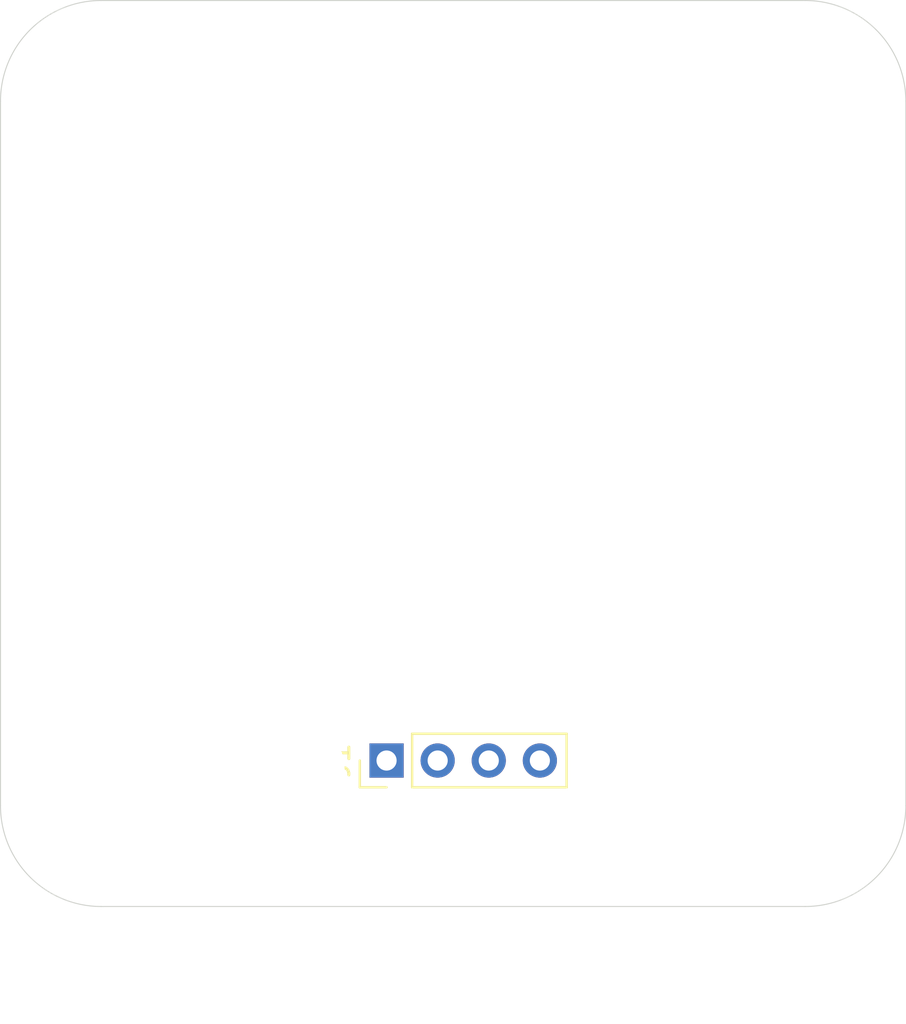
<source format=kicad_pcb>
(kicad_pcb (version 20221018) (generator pcbnew)
  (layers (0 "F.Cu" signal) (31 "B.Cu" signal) (34 "B.Paste" user) (35 "F.Paste" user) (36 "B.SilkS" user "B.Silkscreen") (37 "F.SilkS" user "F.Silkscreen") (38 "B.Mask" user) (39 "F.Mask" user) (44 "Edge.Cuts" user))
  (net 0 "")
  (footprint "oomlout_oomp_part_footprints:mhm3_electronic_mounting_hole_m3" (layer "F.Cu") (at -7.5 -15)
    (fp_text reference "H2" hide)
    (fp_text value "mhm3")
    (pad "" np_thru_hole circle (at 0 0) (size 3.2 3.2) (drill 3.2) (layers "*.Cu" "*.Mask"))
  )
  (footprint "oomlout_oomp_part_footprints:hi14p_electronic_header_2d54_mm_4_pin" (layer "F.Cu") (at -3.81 14.75 90)
    (fp_text reference "J1" (at 0 -2.33 90) (layer "F.SilkS"))
    (fp_text value "hi14p_electronic_header_2d54_mm_4_pin")
    (fp_line (start -1.33 -1.33) (end 0 -1.33) (stroke (width 0.12)) (layer "F.SilkS"))
    (fp_line (start -1.33 0) (end -1.33 -1.33) (stroke (width 0.12)) (layer "F.SilkS"))
    (fp_line (start -1.33 1.27) (end -1.33 8.95) (stroke (width 0.12)) (layer "F.SilkS"))
    (fp_line (start -1.33 1.27) (end 1.33 1.27) (stroke (width 0.12)) (layer "F.SilkS"))
    (fp_line (start -1.33 8.95) (end 1.33 8.95) (stroke (width 0.12)) (layer "F.SilkS"))
    (fp_line (start 1.33 1.27) (end 1.33 8.95) (stroke (width 0.12)) (layer "F.SilkS"))
    (pad "1" thru_hole rect (at 0 0 90) (size 1.7 1.7) (drill 1) (layers "*.Cu" "*.Mask"))
    (pad "2" thru_hole oval (at 0 2.54 90) (size 1.7 1.7) (drill 1) (layers "*.Cu" "*.Mask"))
    (pad "3" thru_hole oval (at 0 5.08 90) (size 1.7 1.7) (drill 1) (layers "*.Cu" "*.Mask"))
    (pad "4" thru_hole oval (at 0 7.62 90) (size 1.7 1.7) (drill 1) (layers "*.Cu" "*.Mask"))
  )
  (footprint "oomlout_oomp_part_footprints:mhm6_electronic_mounting_hole_m6" (layer "F.Cu") (at 15 15)
    (fp_text reference "H9" hide)
    (fp_text value "mhm6")
    (pad "" np_thru_hole circle (at 0 0) (size 6.4 6.4) (drill 6.4) (layers "*.Cu" "*.Mask"))
  )
  (footprint "oomlout_oomp_part_footprints:mhm6_electronic_mounting_hole_m6" (layer "F.Cu") (at 0 -15)
    (fp_text reference "H3" hide)
    (fp_text value "mhm6")
    (pad "" np_thru_hole circle (at 0 0) (size 6.4 6.4) (drill 6.4) (layers "*.Cu" "*.Mask"))
  )
  (footprint "oomlout_oomp_part_footprints:mhm6_electronic_mounting_hole_m6" (layer "F.Cu") (at 15 -15)
    (fp_text reference "H5" hide)
    (fp_text value "mhm6")
    (pad "" np_thru_hole circle (at 0 0) (size 6.4 6.4) (drill 6.4) (layers "*.Cu" "*.Mask"))
  )
  (footprint "oomlout_oomp_part_footprints:mhm3_electronic_mounting_hole_m3" (layer "F.Cu") (at 7.5 15)
    (fp_text reference "H8" hide)
    (fp_text value "mhm3")
    (pad "" np_thru_hole circle (at 0 0) (size 3.2 3.2) (drill 3.2) (layers "*.Cu" "*.Mask"))
  )
  (footprint "oomlout_oomp_part_footprints:mhm6_electronic_mounting_hole_m6" (layer "F.Cu") (at -15 -15)
    (fp_text reference "H1" hide)
    (fp_text value "mhm6")
    (pad "" np_thru_hole circle (at 0 0) (size 6.4 6.4) (drill 6.4) (layers "*.Cu" "*.Mask"))
  )
  (footprint "oomlout_oomp_part_footprints:mhm3_electronic_mounting_hole_m3" (layer "F.Cu") (at -7.5 15)
    (fp_text reference "H7" hide)
    (fp_text value "mhm3")
    (pad "" np_thru_hole circle (at 0 0) (size 3.2 3.2) (drill 3.2) (layers "*.Cu" "*.Mask"))
  )
  (footprint "oomlout_oomp_part_footprints:mhm3_electronic_mounting_hole_m3" (layer "F.Cu") (at 7.5 -15)
    (fp_text reference "H4" hide)
    (fp_text value "mhm3")
    (pad "" np_thru_hole circle (at 0 0) (size 3.2 3.2) (drill 3.2) (layers "*.Cu" "*.Mask"))
  )
  (footprint "oomlout_oomp_part_footprints:mhm6_electronic_mounting_hole_m6" (layer "F.Cu") (at -15 15)
    (fp_text reference "H6" hide)
    (fp_text value "mhm6")
    (pad "" np_thru_hole circle (at 0 0) (size 6.4 6.4) (drill 6.4) (layers "*.Cu" "*.Mask"))
  )
  (gr_line (start 22 -18) (end 22 17) (stroke (width 0.05)) (layer "Edge.Cuts"))
  (gr_arc (start 17 -23) (mid 20.535534 -21.535534) (end 22 -18) (stroke (width 0.05)) (layer "Edge.Cuts"))
  (gr_line (start -18 -23) (end 17 -23) (stroke (width 0.05)) (layer "Edge.Cuts"))
  (gr_arc (start -23 -18) (mid -21.535534 -21.535534) (end -18 -23) (stroke (width 0.05)) (layer "Edge.Cuts"))
  (gr_line (start -23 17) (end -23 -18) (stroke (width 0.05)) (layer "Edge.Cuts"))
  (gr_line (start 17 22) (end -18 22) (stroke (width 0.05)) (layer "Edge.Cuts"))
  (gr_arc (start -18 22) (mid -21.535534 20.535534) (end -23 17) (stroke (width 0.05)) (layer "Edge.Cuts"))
  (gr_arc (start 22 17) (mid 20.535534 20.535534) (end 17 22) (stroke (width 0.05)) (layer "Edge.Cuts"))
)
</source>
